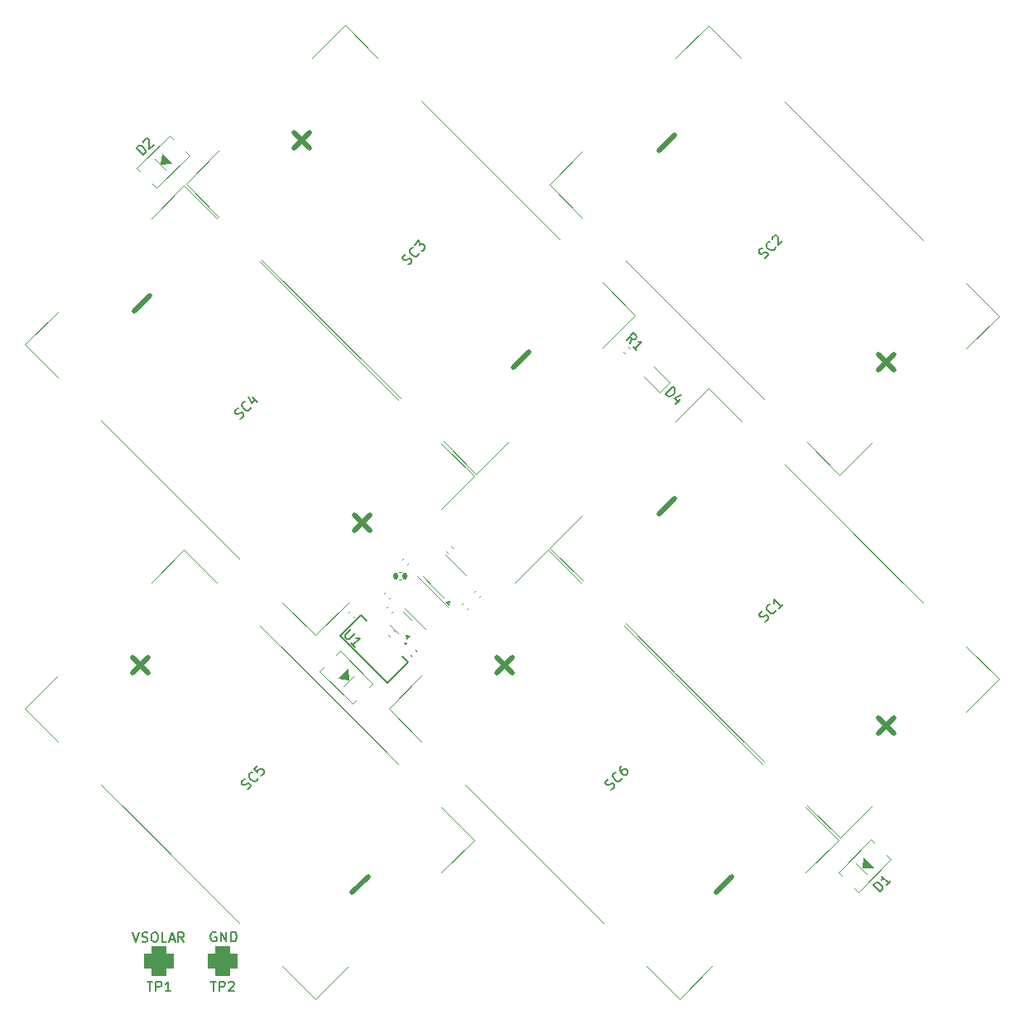
<source format=gbr>
%TF.GenerationSoftware,KiCad,Pcbnew,9.0.0*%
%TF.CreationDate,2025-09-21T20:44:37-07:00*%
%TF.ProjectId,Z_Face_V3,5a5f4661-6365-45f5-9633-2e6b69636164,3.1*%
%TF.SameCoordinates,Original*%
%TF.FileFunction,Legend,Top*%
%TF.FilePolarity,Positive*%
%FSLAX46Y46*%
G04 Gerber Fmt 4.6, Leading zero omitted, Abs format (unit mm)*
G04 Created by KiCad (PCBNEW 9.0.0) date 2025-09-21 20:44:37*
%MOMM*%
%LPD*%
G01*
G04 APERTURE LIST*
G04 Aperture macros list*
%AMRoundRect*
0 Rectangle with rounded corners*
0 $1 Rounding radius*
0 $2 $3 $4 $5 $6 $7 $8 $9 X,Y pos of 4 corners*
0 Add a 4 corners polygon primitive as box body*
4,1,4,$2,$3,$4,$5,$6,$7,$8,$9,$2,$3,0*
0 Add four circle primitives for the rounded corners*
1,1,$1+$1,$2,$3*
1,1,$1+$1,$4,$5*
1,1,$1+$1,$6,$7*
1,1,$1+$1,$8,$9*
0 Add four rect primitives between the rounded corners*
20,1,$1+$1,$2,$3,$4,$5,0*
20,1,$1+$1,$4,$5,$6,$7,0*
20,1,$1+$1,$6,$7,$8,$9,0*
20,1,$1+$1,$8,$9,$2,$3,0*%
%AMHorizOval*
0 Thick line with rounded ends*
0 $1 width*
0 $2 $3 position (X,Y) of the first rounded end (center of the circle)*
0 $4 $5 position (X,Y) of the second rounded end (center of the circle)*
0 Add line between two ends*
20,1,$1,$2,$3,$4,$5,0*
0 Add two circle primitives to create the rounded ends*
1,1,$1,$2,$3*
1,1,$1,$4,$5*%
%AMRotRect*
0 Rectangle, with rotation*
0 The origin of the aperture is its center*
0 $1 length*
0 $2 width*
0 $3 Rotation angle, in degrees counterclockwise*
0 Add horizontal line*
21,1,$1,$2,0,0,$3*%
G04 Aperture macros list end*
%ADD10C,0.150000*%
%ADD11C,0.500000*%
%ADD12C,0.120000*%
%ADD13C,0.100000*%
%ADD14C,0.127000*%
%ADD15C,0.200000*%
%ADD16C,5.250000*%
%ADD17RotRect,2.500000X1.700000X45.000000*%
%ADD18RoundRect,0.750000X0.750000X-0.750000X0.750000X0.750000X-0.750000X0.750000X-0.750000X-0.750000X0*%
%ADD19RoundRect,0.140000X-0.021213X0.219203X-0.219203X0.021213X0.021213X-0.219203X0.219203X-0.021213X0*%
%ADD20RoundRect,0.140000X0.219203X0.021213X0.021213X0.219203X-0.219203X-0.021213X-0.021213X-0.219203X0*%
%ADD21RoundRect,0.218750X0.335876X0.026517X0.026517X0.335876X-0.335876X-0.026517X-0.026517X-0.335876X0*%
%ADD22RoundRect,0.140000X0.140000X0.170000X-0.140000X0.170000X-0.140000X-0.170000X0.140000X-0.170000X0*%
%ADD23RoundRect,0.140000X0.021213X-0.219203X0.219203X-0.021213X-0.021213X0.219203X-0.219203X0.021213X0*%
%ADD24RoundRect,0.087500X0.238649X-0.114905X-0.114905X0.238649X-0.238649X0.114905X0.114905X-0.238649X0*%
%ADD25RotRect,13.000000X3.000000X45.000000*%
%ADD26RoundRect,0.140000X-0.219203X-0.021213X-0.021213X-0.219203X0.219203X0.021213X0.021213X0.219203X0*%
%ADD27RoundRect,0.075000X-0.512652X0.406586X0.406586X-0.512652X0.512652X-0.406586X-0.406586X0.512652X0*%
%ADD28RotRect,2.500000X1.700000X135.000000*%
%ADD29RotRect,1.600000X0.700000X225.000000*%
%ADD30RotRect,13.000000X3.000000X225.000000*%
%ADD31RoundRect,0.125000X0.574524X-0.397748X-0.397748X0.574524X-0.574524X0.397748X0.397748X-0.574524X0*%
%ADD32RoundRect,0.250000X0.159099X-0.654074X0.654074X-0.159099X-0.159099X0.654074X-0.654074X0.159099X0*%
%ADD33HorizOval,1.200000X-0.159099X0.159099X0.159099X-0.159099X0*%
%ADD34C,0.600000*%
G04 APERTURE END LIST*
D10*
X119248095Y-127952438D02*
X119152857Y-127904819D01*
X119152857Y-127904819D02*
X119010000Y-127904819D01*
X119010000Y-127904819D02*
X118867143Y-127952438D01*
X118867143Y-127952438D02*
X118771905Y-128047676D01*
X118771905Y-128047676D02*
X118724286Y-128142914D01*
X118724286Y-128142914D02*
X118676667Y-128333390D01*
X118676667Y-128333390D02*
X118676667Y-128476247D01*
X118676667Y-128476247D02*
X118724286Y-128666723D01*
X118724286Y-128666723D02*
X118771905Y-128761961D01*
X118771905Y-128761961D02*
X118867143Y-128857200D01*
X118867143Y-128857200D02*
X119010000Y-128904819D01*
X119010000Y-128904819D02*
X119105238Y-128904819D01*
X119105238Y-128904819D02*
X119248095Y-128857200D01*
X119248095Y-128857200D02*
X119295714Y-128809580D01*
X119295714Y-128809580D02*
X119295714Y-128476247D01*
X119295714Y-128476247D02*
X119105238Y-128476247D01*
X119724286Y-128904819D02*
X119724286Y-127904819D01*
X119724286Y-127904819D02*
X120295714Y-128904819D01*
X120295714Y-128904819D02*
X120295714Y-127904819D01*
X120771905Y-128904819D02*
X120771905Y-127904819D01*
X120771905Y-127904819D02*
X121010000Y-127904819D01*
X121010000Y-127904819D02*
X121152857Y-127952438D01*
X121152857Y-127952438D02*
X121248095Y-128047676D01*
X121248095Y-128047676D02*
X121295714Y-128142914D01*
X121295714Y-128142914D02*
X121343333Y-128333390D01*
X121343333Y-128333390D02*
X121343333Y-128476247D01*
X121343333Y-128476247D02*
X121295714Y-128666723D01*
X121295714Y-128666723D02*
X121248095Y-128761961D01*
X121248095Y-128761961D02*
X121152857Y-128857200D01*
X121152857Y-128857200D02*
X121010000Y-128904819D01*
X121010000Y-128904819D02*
X120771905Y-128904819D01*
X110723333Y-127954819D02*
X111056666Y-128954819D01*
X111056666Y-128954819D02*
X111389999Y-127954819D01*
X111675714Y-128907200D02*
X111818571Y-128954819D01*
X111818571Y-128954819D02*
X112056666Y-128954819D01*
X112056666Y-128954819D02*
X112151904Y-128907200D01*
X112151904Y-128907200D02*
X112199523Y-128859580D01*
X112199523Y-128859580D02*
X112247142Y-128764342D01*
X112247142Y-128764342D02*
X112247142Y-128669104D01*
X112247142Y-128669104D02*
X112199523Y-128573866D01*
X112199523Y-128573866D02*
X112151904Y-128526247D01*
X112151904Y-128526247D02*
X112056666Y-128478628D01*
X112056666Y-128478628D02*
X111866190Y-128431009D01*
X111866190Y-128431009D02*
X111770952Y-128383390D01*
X111770952Y-128383390D02*
X111723333Y-128335771D01*
X111723333Y-128335771D02*
X111675714Y-128240533D01*
X111675714Y-128240533D02*
X111675714Y-128145295D01*
X111675714Y-128145295D02*
X111723333Y-128050057D01*
X111723333Y-128050057D02*
X111770952Y-128002438D01*
X111770952Y-128002438D02*
X111866190Y-127954819D01*
X111866190Y-127954819D02*
X112104285Y-127954819D01*
X112104285Y-127954819D02*
X112247142Y-128002438D01*
X112866190Y-127954819D02*
X113056666Y-127954819D01*
X113056666Y-127954819D02*
X113151904Y-128002438D01*
X113151904Y-128002438D02*
X113247142Y-128097676D01*
X113247142Y-128097676D02*
X113294761Y-128288152D01*
X113294761Y-128288152D02*
X113294761Y-128621485D01*
X113294761Y-128621485D02*
X113247142Y-128811961D01*
X113247142Y-128811961D02*
X113151904Y-128907200D01*
X113151904Y-128907200D02*
X113056666Y-128954819D01*
X113056666Y-128954819D02*
X112866190Y-128954819D01*
X112866190Y-128954819D02*
X112770952Y-128907200D01*
X112770952Y-128907200D02*
X112675714Y-128811961D01*
X112675714Y-128811961D02*
X112628095Y-128621485D01*
X112628095Y-128621485D02*
X112628095Y-128288152D01*
X112628095Y-128288152D02*
X112675714Y-128097676D01*
X112675714Y-128097676D02*
X112770952Y-128002438D01*
X112770952Y-128002438D02*
X112866190Y-127954819D01*
X114199523Y-128954819D02*
X113723333Y-128954819D01*
X113723333Y-128954819D02*
X113723333Y-127954819D01*
X114485238Y-128669104D02*
X114961428Y-128669104D01*
X114390000Y-128954819D02*
X114723333Y-127954819D01*
X114723333Y-127954819D02*
X115056666Y-128954819D01*
X115961428Y-128954819D02*
X115628095Y-128478628D01*
X115390000Y-128954819D02*
X115390000Y-127954819D01*
X115390000Y-127954819D02*
X115770952Y-127954819D01*
X115770952Y-127954819D02*
X115866190Y-128002438D01*
X115866190Y-128002438D02*
X115913809Y-128050057D01*
X115913809Y-128050057D02*
X115961428Y-128145295D01*
X115961428Y-128145295D02*
X115961428Y-128288152D01*
X115961428Y-128288152D02*
X115913809Y-128383390D01*
X115913809Y-128383390D02*
X115866190Y-128431009D01*
X115866190Y-128431009D02*
X115770952Y-128478628D01*
X115770952Y-128478628D02*
X115390000Y-128478628D01*
X110166666Y-84954819D02*
X110166666Y-85669104D01*
X110166666Y-85669104D02*
X110119047Y-85811961D01*
X110119047Y-85811961D02*
X110023809Y-85907200D01*
X110023809Y-85907200D02*
X109880952Y-85954819D01*
X109880952Y-85954819D02*
X109785714Y-85954819D01*
X111071428Y-85288152D02*
X111071428Y-85954819D01*
X110833333Y-84907200D02*
X110595238Y-85621485D01*
X110595238Y-85621485D02*
X111214285Y-85621485D01*
X149036666Y-123484819D02*
X149036666Y-124199104D01*
X149036666Y-124199104D02*
X148989047Y-124341961D01*
X148989047Y-124341961D02*
X148893809Y-124437200D01*
X148893809Y-124437200D02*
X148750952Y-124484819D01*
X148750952Y-124484819D02*
X148655714Y-124484819D01*
X149989047Y-123484819D02*
X149512857Y-123484819D01*
X149512857Y-123484819D02*
X149465238Y-123961009D01*
X149465238Y-123961009D02*
X149512857Y-123913390D01*
X149512857Y-123913390D02*
X149608095Y-123865771D01*
X149608095Y-123865771D02*
X149846190Y-123865771D01*
X149846190Y-123865771D02*
X149941428Y-123913390D01*
X149941428Y-123913390D02*
X149989047Y-123961009D01*
X149989047Y-123961009D02*
X150036666Y-124056247D01*
X150036666Y-124056247D02*
X150036666Y-124294342D01*
X150036666Y-124294342D02*
X149989047Y-124389580D01*
X149989047Y-124389580D02*
X149941428Y-124437200D01*
X149941428Y-124437200D02*
X149846190Y-124484819D01*
X149846190Y-124484819D02*
X149608095Y-124484819D01*
X149608095Y-124484819D02*
X149512857Y-124437200D01*
X149512857Y-124437200D02*
X149465238Y-124389580D01*
X149096666Y-45434819D02*
X149096666Y-46149104D01*
X149096666Y-46149104D02*
X149049047Y-46291961D01*
X149049047Y-46291961D02*
X148953809Y-46387200D01*
X148953809Y-46387200D02*
X148810952Y-46434819D01*
X148810952Y-46434819D02*
X148715714Y-46434819D01*
X150001428Y-45434819D02*
X149810952Y-45434819D01*
X149810952Y-45434819D02*
X149715714Y-45482438D01*
X149715714Y-45482438D02*
X149668095Y-45530057D01*
X149668095Y-45530057D02*
X149572857Y-45672914D01*
X149572857Y-45672914D02*
X149525238Y-45863390D01*
X149525238Y-45863390D02*
X149525238Y-46244342D01*
X149525238Y-46244342D02*
X149572857Y-46339580D01*
X149572857Y-46339580D02*
X149620476Y-46387200D01*
X149620476Y-46387200D02*
X149715714Y-46434819D01*
X149715714Y-46434819D02*
X149906190Y-46434819D01*
X149906190Y-46434819D02*
X150001428Y-46387200D01*
X150001428Y-46387200D02*
X150049047Y-46339580D01*
X150049047Y-46339580D02*
X150096666Y-46244342D01*
X150096666Y-46244342D02*
X150096666Y-46006247D01*
X150096666Y-46006247D02*
X150049047Y-45911009D01*
X150049047Y-45911009D02*
X150001428Y-45863390D01*
X150001428Y-45863390D02*
X149906190Y-45815771D01*
X149906190Y-45815771D02*
X149715714Y-45815771D01*
X149715714Y-45815771D02*
X149620476Y-45863390D01*
X149620476Y-45863390D02*
X149572857Y-45911009D01*
X149572857Y-45911009D02*
X149525238Y-46006247D01*
X188166666Y-84954819D02*
X188166666Y-85669104D01*
X188166666Y-85669104D02*
X188119047Y-85811961D01*
X188119047Y-85811961D02*
X188023809Y-85907200D01*
X188023809Y-85907200D02*
X187880952Y-85954819D01*
X187880952Y-85954819D02*
X187785714Y-85954819D01*
X188547619Y-84954819D02*
X189214285Y-84954819D01*
X189214285Y-84954819D02*
X188785714Y-85954819D01*
X111779693Y-48463517D02*
X111072587Y-47756410D01*
X111072587Y-47756410D02*
X111240945Y-47588051D01*
X111240945Y-47588051D02*
X111375632Y-47520708D01*
X111375632Y-47520708D02*
X111510319Y-47520708D01*
X111510319Y-47520708D02*
X111611335Y-47554380D01*
X111611335Y-47554380D02*
X111779693Y-47655395D01*
X111779693Y-47655395D02*
X111880709Y-47756410D01*
X111880709Y-47756410D02*
X111981724Y-47924769D01*
X111981724Y-47924769D02*
X112015396Y-48025784D01*
X112015396Y-48025784D02*
X112015396Y-48160471D01*
X112015396Y-48160471D02*
X111948052Y-48295158D01*
X111948052Y-48295158D02*
X111779693Y-48463517D01*
X111813365Y-47150319D02*
X111813365Y-47082975D01*
X111813365Y-47082975D02*
X111847037Y-46981960D01*
X111847037Y-46981960D02*
X112015396Y-46813601D01*
X112015396Y-46813601D02*
X112116411Y-46779929D01*
X112116411Y-46779929D02*
X112183754Y-46779929D01*
X112183754Y-46779929D02*
X112284770Y-46813601D01*
X112284770Y-46813601D02*
X112352113Y-46880945D01*
X112352113Y-46880945D02*
X112419457Y-47015632D01*
X112419457Y-47015632D02*
X112419457Y-47823754D01*
X112419457Y-47823754D02*
X112857189Y-47386021D01*
X112188095Y-132984819D02*
X112759523Y-132984819D01*
X112473809Y-133984819D02*
X112473809Y-132984819D01*
X113092857Y-133984819D02*
X113092857Y-132984819D01*
X113092857Y-132984819D02*
X113473809Y-132984819D01*
X113473809Y-132984819D02*
X113569047Y-133032438D01*
X113569047Y-133032438D02*
X113616666Y-133080057D01*
X113616666Y-133080057D02*
X113664285Y-133175295D01*
X113664285Y-133175295D02*
X113664285Y-133318152D01*
X113664285Y-133318152D02*
X113616666Y-133413390D01*
X113616666Y-133413390D02*
X113569047Y-133461009D01*
X113569047Y-133461009D02*
X113473809Y-133508628D01*
X113473809Y-133508628D02*
X113092857Y-133508628D01*
X114616666Y-133984819D02*
X114045238Y-133984819D01*
X114330952Y-133984819D02*
X114330952Y-132984819D01*
X114330952Y-132984819D02*
X114235714Y-133127676D01*
X114235714Y-133127676D02*
X114140476Y-133222914D01*
X114140476Y-133222914D02*
X114045238Y-133270533D01*
X165232845Y-72891204D02*
X165939952Y-72184098D01*
X165939952Y-72184098D02*
X166108311Y-72352456D01*
X166108311Y-72352456D02*
X166175654Y-72487143D01*
X166175654Y-72487143D02*
X166175654Y-72621830D01*
X166175654Y-72621830D02*
X166141982Y-72722846D01*
X166141982Y-72722846D02*
X166040967Y-72891204D01*
X166040967Y-72891204D02*
X165939952Y-72992220D01*
X165939952Y-72992220D02*
X165771593Y-73093235D01*
X165771593Y-73093235D02*
X165670578Y-73126907D01*
X165670578Y-73126907D02*
X165535891Y-73126907D01*
X165535891Y-73126907D02*
X165401204Y-73059563D01*
X165401204Y-73059563D02*
X165232845Y-72891204D01*
X166714402Y-73429952D02*
X166242998Y-73901357D01*
X166815417Y-72992220D02*
X166141982Y-73328937D01*
X166141982Y-73328937D02*
X166579715Y-73766670D01*
X122429185Y-113333788D02*
X122563872Y-113266444D01*
X122563872Y-113266444D02*
X122732231Y-113098086D01*
X122732231Y-113098086D02*
X122765902Y-112997070D01*
X122765902Y-112997070D02*
X122765902Y-112929727D01*
X122765902Y-112929727D02*
X122732231Y-112828712D01*
X122732231Y-112828712D02*
X122664887Y-112761368D01*
X122664887Y-112761368D02*
X122563872Y-112727696D01*
X122563872Y-112727696D02*
X122496528Y-112727696D01*
X122496528Y-112727696D02*
X122395513Y-112761368D01*
X122395513Y-112761368D02*
X122227154Y-112862383D01*
X122227154Y-112862383D02*
X122126139Y-112896055D01*
X122126139Y-112896055D02*
X122058796Y-112896055D01*
X122058796Y-112896055D02*
X121957780Y-112862383D01*
X121957780Y-112862383D02*
X121890437Y-112795040D01*
X121890437Y-112795040D02*
X121856765Y-112694025D01*
X121856765Y-112694025D02*
X121856765Y-112626681D01*
X121856765Y-112626681D02*
X121890437Y-112525666D01*
X121890437Y-112525666D02*
X122058796Y-112357307D01*
X122058796Y-112357307D02*
X122193483Y-112289964D01*
X123506681Y-112188948D02*
X123506681Y-112256292D01*
X123506681Y-112256292D02*
X123439338Y-112390979D01*
X123439338Y-112390979D02*
X123371994Y-112458322D01*
X123371994Y-112458322D02*
X123237307Y-112525666D01*
X123237307Y-112525666D02*
X123102620Y-112525666D01*
X123102620Y-112525666D02*
X123001605Y-112491994D01*
X123001605Y-112491994D02*
X122833246Y-112390979D01*
X122833246Y-112390979D02*
X122732231Y-112289963D01*
X122732231Y-112289963D02*
X122631215Y-112121605D01*
X122631215Y-112121605D02*
X122597544Y-112020589D01*
X122597544Y-112020589D02*
X122597544Y-111885902D01*
X122597544Y-111885902D02*
X122664887Y-111751215D01*
X122664887Y-111751215D02*
X122732231Y-111683872D01*
X122732231Y-111683872D02*
X122866918Y-111616528D01*
X122866918Y-111616528D02*
X122934261Y-111616528D01*
X123506681Y-110909422D02*
X123169963Y-111246139D01*
X123169963Y-111246139D02*
X123473009Y-111616528D01*
X123473009Y-111616528D02*
X123473009Y-111549185D01*
X123473009Y-111549185D02*
X123506681Y-111448170D01*
X123506681Y-111448170D02*
X123675040Y-111279811D01*
X123675040Y-111279811D02*
X123776055Y-111246139D01*
X123776055Y-111246139D02*
X123843399Y-111246139D01*
X123843399Y-111246139D02*
X123944414Y-111279811D01*
X123944414Y-111279811D02*
X124112773Y-111448170D01*
X124112773Y-111448170D02*
X124146444Y-111549185D01*
X124146444Y-111549185D02*
X124146444Y-111616528D01*
X124146444Y-111616528D02*
X124112773Y-111717544D01*
X124112773Y-111717544D02*
X123944414Y-111885902D01*
X123944414Y-111885902D02*
X123843399Y-111919574D01*
X123843399Y-111919574D02*
X123776055Y-111919574D01*
D11*
X110713026Y-101449270D02*
X112329270Y-99833026D01*
X112329270Y-101449270D02*
X110713026Y-99833026D01*
X133163666Y-123899910D02*
X134779910Y-122283666D01*
D10*
X118678095Y-132984819D02*
X119249523Y-132984819D01*
X118963809Y-133984819D02*
X118963809Y-132984819D01*
X119582857Y-133984819D02*
X119582857Y-132984819D01*
X119582857Y-132984819D02*
X119963809Y-132984819D01*
X119963809Y-132984819D02*
X120059047Y-133032438D01*
X120059047Y-133032438D02*
X120106666Y-133080057D01*
X120106666Y-133080057D02*
X120154285Y-133175295D01*
X120154285Y-133175295D02*
X120154285Y-133318152D01*
X120154285Y-133318152D02*
X120106666Y-133413390D01*
X120106666Y-133413390D02*
X120059047Y-133461009D01*
X120059047Y-133461009D02*
X119963809Y-133508628D01*
X119963809Y-133508628D02*
X119582857Y-133508628D01*
X120535238Y-133080057D02*
X120582857Y-133032438D01*
X120582857Y-133032438D02*
X120678095Y-132984819D01*
X120678095Y-132984819D02*
X120916190Y-132984819D01*
X120916190Y-132984819D02*
X121011428Y-133032438D01*
X121011428Y-133032438D02*
X121059047Y-133080057D01*
X121059047Y-133080057D02*
X121106666Y-133175295D01*
X121106666Y-133175295D02*
X121106666Y-133270533D01*
X121106666Y-133270533D02*
X121059047Y-133413390D01*
X121059047Y-133413390D02*
X120487619Y-133984819D01*
X120487619Y-133984819D02*
X121106666Y-133984819D01*
X138891321Y-59655924D02*
X139026008Y-59588580D01*
X139026008Y-59588580D02*
X139194367Y-59420222D01*
X139194367Y-59420222D02*
X139228038Y-59319206D01*
X139228038Y-59319206D02*
X139228038Y-59251863D01*
X139228038Y-59251863D02*
X139194367Y-59150848D01*
X139194367Y-59150848D02*
X139127023Y-59083504D01*
X139127023Y-59083504D02*
X139026008Y-59049832D01*
X139026008Y-59049832D02*
X138958664Y-59049832D01*
X138958664Y-59049832D02*
X138857649Y-59083504D01*
X138857649Y-59083504D02*
X138689290Y-59184519D01*
X138689290Y-59184519D02*
X138588275Y-59218191D01*
X138588275Y-59218191D02*
X138520932Y-59218191D01*
X138520932Y-59218191D02*
X138419916Y-59184519D01*
X138419916Y-59184519D02*
X138352573Y-59117176D01*
X138352573Y-59117176D02*
X138318901Y-59016161D01*
X138318901Y-59016161D02*
X138318901Y-58948817D01*
X138318901Y-58948817D02*
X138352573Y-58847802D01*
X138352573Y-58847802D02*
X138520932Y-58679443D01*
X138520932Y-58679443D02*
X138655619Y-58612100D01*
X139968817Y-58511084D02*
X139968817Y-58578428D01*
X139968817Y-58578428D02*
X139901474Y-58713115D01*
X139901474Y-58713115D02*
X139834130Y-58780458D01*
X139834130Y-58780458D02*
X139699443Y-58847802D01*
X139699443Y-58847802D02*
X139564756Y-58847802D01*
X139564756Y-58847802D02*
X139463741Y-58814130D01*
X139463741Y-58814130D02*
X139295382Y-58713115D01*
X139295382Y-58713115D02*
X139194367Y-58612099D01*
X139194367Y-58612099D02*
X139093351Y-58443741D01*
X139093351Y-58443741D02*
X139059680Y-58342725D01*
X139059680Y-58342725D02*
X139059680Y-58208038D01*
X139059680Y-58208038D02*
X139127023Y-58073351D01*
X139127023Y-58073351D02*
X139194367Y-58006008D01*
X139194367Y-58006008D02*
X139329054Y-57938664D01*
X139329054Y-57938664D02*
X139396397Y-57938664D01*
X139564756Y-57635619D02*
X140002489Y-57197886D01*
X140002489Y-57197886D02*
X140036161Y-57702962D01*
X140036161Y-57702962D02*
X140137176Y-57601947D01*
X140137176Y-57601947D02*
X140238191Y-57568275D01*
X140238191Y-57568275D02*
X140305535Y-57568275D01*
X140305535Y-57568275D02*
X140406550Y-57601947D01*
X140406550Y-57601947D02*
X140574909Y-57770306D01*
X140574909Y-57770306D02*
X140608580Y-57871321D01*
X140608580Y-57871321D02*
X140608580Y-57938664D01*
X140608580Y-57938664D02*
X140574909Y-58039680D01*
X140574909Y-58039680D02*
X140372878Y-58241710D01*
X140372878Y-58241710D02*
X140271863Y-58275382D01*
X140271863Y-58275382D02*
X140204519Y-58275382D01*
D11*
X149625802Y-70222046D02*
X151242046Y-68605802D01*
X127175162Y-47771406D02*
X128791406Y-46155162D01*
X128791406Y-47771406D02*
X127175162Y-46155162D01*
D10*
X161617003Y-67776295D02*
X161718018Y-67203876D01*
X161212942Y-67372234D02*
X161920049Y-66665128D01*
X161920049Y-66665128D02*
X162189423Y-66934502D01*
X162189423Y-66934502D02*
X162223095Y-67035517D01*
X162223095Y-67035517D02*
X162223095Y-67102860D01*
X162223095Y-67102860D02*
X162189423Y-67203876D01*
X162189423Y-67203876D02*
X162088408Y-67304891D01*
X162088408Y-67304891D02*
X161987392Y-67338563D01*
X161987392Y-67338563D02*
X161920049Y-67338563D01*
X161920049Y-67338563D02*
X161819034Y-67304891D01*
X161819034Y-67304891D02*
X161549660Y-67035517D01*
X162290438Y-68449730D02*
X161886377Y-68045669D01*
X162088408Y-68247700D02*
X162795514Y-67540593D01*
X162795514Y-67540593D02*
X162627156Y-67574265D01*
X162627156Y-67574265D02*
X162492469Y-67574265D01*
X162492469Y-67574265D02*
X162391453Y-67540593D01*
X133046754Y-96975750D02*
X132474334Y-97548170D01*
X132474334Y-97548170D02*
X132440662Y-97649185D01*
X132440662Y-97649185D02*
X132440662Y-97716529D01*
X132440662Y-97716529D02*
X132474334Y-97817544D01*
X132474334Y-97817544D02*
X132609021Y-97952231D01*
X132609021Y-97952231D02*
X132710036Y-97985903D01*
X132710036Y-97985903D02*
X132777380Y-97985903D01*
X132777380Y-97985903D02*
X132878395Y-97952231D01*
X132878395Y-97952231D02*
X133450815Y-97379811D01*
X133450815Y-98794025D02*
X133046754Y-98389964D01*
X133248784Y-98591994D02*
X133955891Y-97884888D01*
X133955891Y-97884888D02*
X133787532Y-97918559D01*
X133787532Y-97918559D02*
X133652845Y-97918559D01*
X133652845Y-97918559D02*
X133551830Y-97884888D01*
X121724215Y-75418818D02*
X121858902Y-75351474D01*
X121858902Y-75351474D02*
X122027261Y-75183116D01*
X122027261Y-75183116D02*
X122060932Y-75082100D01*
X122060932Y-75082100D02*
X122060932Y-75014757D01*
X122060932Y-75014757D02*
X122027261Y-74913742D01*
X122027261Y-74913742D02*
X121959917Y-74846398D01*
X121959917Y-74846398D02*
X121858902Y-74812726D01*
X121858902Y-74812726D02*
X121791558Y-74812726D01*
X121791558Y-74812726D02*
X121690543Y-74846398D01*
X121690543Y-74846398D02*
X121522184Y-74947413D01*
X121522184Y-74947413D02*
X121421169Y-74981085D01*
X121421169Y-74981085D02*
X121353826Y-74981085D01*
X121353826Y-74981085D02*
X121252810Y-74947413D01*
X121252810Y-74947413D02*
X121185467Y-74880070D01*
X121185467Y-74880070D02*
X121151795Y-74779055D01*
X121151795Y-74779055D02*
X121151795Y-74711711D01*
X121151795Y-74711711D02*
X121185467Y-74610696D01*
X121185467Y-74610696D02*
X121353826Y-74442337D01*
X121353826Y-74442337D02*
X121488513Y-74374994D01*
X122801711Y-74273978D02*
X122801711Y-74341322D01*
X122801711Y-74341322D02*
X122734368Y-74476009D01*
X122734368Y-74476009D02*
X122667024Y-74543352D01*
X122667024Y-74543352D02*
X122532337Y-74610696D01*
X122532337Y-74610696D02*
X122397650Y-74610696D01*
X122397650Y-74610696D02*
X122296635Y-74577024D01*
X122296635Y-74577024D02*
X122128276Y-74476009D01*
X122128276Y-74476009D02*
X122027261Y-74374993D01*
X122027261Y-74374993D02*
X121926245Y-74206635D01*
X121926245Y-74206635D02*
X121892574Y-74105619D01*
X121892574Y-74105619D02*
X121892574Y-73970932D01*
X121892574Y-73970932D02*
X121959917Y-73836245D01*
X121959917Y-73836245D02*
X122027261Y-73768902D01*
X122027261Y-73768902D02*
X122161948Y-73701558D01*
X122161948Y-73701558D02*
X122229291Y-73701558D01*
X123003742Y-73263826D02*
X123475146Y-73735230D01*
X122566009Y-73162810D02*
X122902726Y-73836245D01*
X122902726Y-73836245D02*
X123340459Y-73398513D01*
D11*
X133342578Y-86868822D02*
X134958822Y-85252578D01*
X134958822Y-86868822D02*
X133342578Y-85252578D01*
X110891938Y-64418182D02*
X112508182Y-62801938D01*
D10*
X159647049Y-113341652D02*
X159781736Y-113274308D01*
X159781736Y-113274308D02*
X159950095Y-113105950D01*
X159950095Y-113105950D02*
X159983766Y-113004934D01*
X159983766Y-113004934D02*
X159983766Y-112937591D01*
X159983766Y-112937591D02*
X159950095Y-112836576D01*
X159950095Y-112836576D02*
X159882751Y-112769232D01*
X159882751Y-112769232D02*
X159781736Y-112735560D01*
X159781736Y-112735560D02*
X159714392Y-112735560D01*
X159714392Y-112735560D02*
X159613377Y-112769232D01*
X159613377Y-112769232D02*
X159445018Y-112870247D01*
X159445018Y-112870247D02*
X159344003Y-112903919D01*
X159344003Y-112903919D02*
X159276660Y-112903919D01*
X159276660Y-112903919D02*
X159175644Y-112870247D01*
X159175644Y-112870247D02*
X159108301Y-112802904D01*
X159108301Y-112802904D02*
X159074629Y-112701889D01*
X159074629Y-112701889D02*
X159074629Y-112634545D01*
X159074629Y-112634545D02*
X159108301Y-112533530D01*
X159108301Y-112533530D02*
X159276660Y-112365171D01*
X159276660Y-112365171D02*
X159411347Y-112297828D01*
X160724545Y-112196812D02*
X160724545Y-112264156D01*
X160724545Y-112264156D02*
X160657202Y-112398843D01*
X160657202Y-112398843D02*
X160589858Y-112466186D01*
X160589858Y-112466186D02*
X160455171Y-112533530D01*
X160455171Y-112533530D02*
X160320484Y-112533530D01*
X160320484Y-112533530D02*
X160219469Y-112499858D01*
X160219469Y-112499858D02*
X160051110Y-112398843D01*
X160051110Y-112398843D02*
X159950095Y-112297827D01*
X159950095Y-112297827D02*
X159849079Y-112129469D01*
X159849079Y-112129469D02*
X159815408Y-112028453D01*
X159815408Y-112028453D02*
X159815408Y-111893766D01*
X159815408Y-111893766D02*
X159882751Y-111759079D01*
X159882751Y-111759079D02*
X159950095Y-111691736D01*
X159950095Y-111691736D02*
X160084782Y-111624392D01*
X160084782Y-111624392D02*
X160152125Y-111624392D01*
X160690873Y-110950957D02*
X160556186Y-111085644D01*
X160556186Y-111085644D02*
X160522515Y-111186660D01*
X160522515Y-111186660D02*
X160522515Y-111254003D01*
X160522515Y-111254003D02*
X160556186Y-111422362D01*
X160556186Y-111422362D02*
X160657202Y-111590721D01*
X160657202Y-111590721D02*
X160926576Y-111860095D01*
X160926576Y-111860095D02*
X161027591Y-111893766D01*
X161027591Y-111893766D02*
X161094934Y-111893766D01*
X161094934Y-111893766D02*
X161195950Y-111860095D01*
X161195950Y-111860095D02*
X161330637Y-111725408D01*
X161330637Y-111725408D02*
X161364308Y-111624392D01*
X161364308Y-111624392D02*
X161364308Y-111557049D01*
X161364308Y-111557049D02*
X161330637Y-111456034D01*
X161330637Y-111456034D02*
X161162278Y-111287675D01*
X161162278Y-111287675D02*
X161061263Y-111254003D01*
X161061263Y-111254003D02*
X160993919Y-111254003D01*
X160993919Y-111254003D02*
X160892904Y-111287675D01*
X160892904Y-111287675D02*
X160758217Y-111422362D01*
X160758217Y-111422362D02*
X160724545Y-111523377D01*
X160724545Y-111523377D02*
X160724545Y-111590721D01*
X160724545Y-111590721D02*
X160758217Y-111691736D01*
D11*
X147930890Y-101457134D02*
X149547134Y-99840890D01*
X149547134Y-101457134D02*
X147930890Y-99840890D01*
X170381530Y-123907774D02*
X171997774Y-122291530D01*
D10*
X175362079Y-59026682D02*
X175496766Y-58959338D01*
X175496766Y-58959338D02*
X175665125Y-58790980D01*
X175665125Y-58790980D02*
X175698796Y-58689964D01*
X175698796Y-58689964D02*
X175698796Y-58622621D01*
X175698796Y-58622621D02*
X175665125Y-58521606D01*
X175665125Y-58521606D02*
X175597781Y-58454262D01*
X175597781Y-58454262D02*
X175496766Y-58420590D01*
X175496766Y-58420590D02*
X175429422Y-58420590D01*
X175429422Y-58420590D02*
X175328407Y-58454262D01*
X175328407Y-58454262D02*
X175160048Y-58555277D01*
X175160048Y-58555277D02*
X175059033Y-58588949D01*
X175059033Y-58588949D02*
X174991690Y-58588949D01*
X174991690Y-58588949D02*
X174890674Y-58555277D01*
X174890674Y-58555277D02*
X174823331Y-58487934D01*
X174823331Y-58487934D02*
X174789659Y-58386919D01*
X174789659Y-58386919D02*
X174789659Y-58319575D01*
X174789659Y-58319575D02*
X174823331Y-58218560D01*
X174823331Y-58218560D02*
X174991690Y-58050201D01*
X174991690Y-58050201D02*
X175126377Y-57982858D01*
X176439575Y-57881842D02*
X176439575Y-57949186D01*
X176439575Y-57949186D02*
X176372232Y-58083873D01*
X176372232Y-58083873D02*
X176304888Y-58151216D01*
X176304888Y-58151216D02*
X176170201Y-58218560D01*
X176170201Y-58218560D02*
X176035514Y-58218560D01*
X176035514Y-58218560D02*
X175934499Y-58184888D01*
X175934499Y-58184888D02*
X175766140Y-58083873D01*
X175766140Y-58083873D02*
X175665125Y-57982857D01*
X175665125Y-57982857D02*
X175564109Y-57814499D01*
X175564109Y-57814499D02*
X175530438Y-57713483D01*
X175530438Y-57713483D02*
X175530438Y-57578796D01*
X175530438Y-57578796D02*
X175597781Y-57444109D01*
X175597781Y-57444109D02*
X175665125Y-57376766D01*
X175665125Y-57376766D02*
X175799812Y-57309422D01*
X175799812Y-57309422D02*
X175867155Y-57309422D01*
X176136529Y-57040048D02*
X176136529Y-56972705D01*
X176136529Y-56972705D02*
X176170201Y-56871690D01*
X176170201Y-56871690D02*
X176338560Y-56703331D01*
X176338560Y-56703331D02*
X176439575Y-56669659D01*
X176439575Y-56669659D02*
X176506919Y-56669659D01*
X176506919Y-56669659D02*
X176607934Y-56703331D01*
X176607934Y-56703331D02*
X176675277Y-56770674D01*
X176675277Y-56770674D02*
X176742621Y-56905361D01*
X176742621Y-56905361D02*
X176742621Y-57713483D01*
X176742621Y-57713483D02*
X177180354Y-57275751D01*
D11*
X186980442Y-70476686D02*
X188596686Y-68860442D01*
X188596686Y-70476686D02*
X186980442Y-68860442D01*
X164529802Y-48026046D02*
X166146046Y-46409802D01*
D10*
X187171530Y-123813782D02*
X186464424Y-123106675D01*
X186464424Y-123106675D02*
X186632782Y-122938316D01*
X186632782Y-122938316D02*
X186767469Y-122870973D01*
X186767469Y-122870973D02*
X186902156Y-122870973D01*
X186902156Y-122870973D02*
X187003172Y-122904645D01*
X187003172Y-122904645D02*
X187171530Y-123005660D01*
X187171530Y-123005660D02*
X187272546Y-123106675D01*
X187272546Y-123106675D02*
X187373561Y-123275034D01*
X187373561Y-123275034D02*
X187407233Y-123376049D01*
X187407233Y-123376049D02*
X187407233Y-123510736D01*
X187407233Y-123510736D02*
X187339889Y-123645423D01*
X187339889Y-123645423D02*
X187171530Y-123813782D01*
X188249026Y-122736286D02*
X187844965Y-123140347D01*
X188046996Y-122938316D02*
X187339889Y-122231210D01*
X187339889Y-122231210D02*
X187373561Y-122399568D01*
X187373561Y-122399568D02*
X187373561Y-122534255D01*
X187373561Y-122534255D02*
X187339889Y-122635271D01*
X175379943Y-96164546D02*
X175514630Y-96097202D01*
X175514630Y-96097202D02*
X175682989Y-95928844D01*
X175682989Y-95928844D02*
X175716660Y-95827828D01*
X175716660Y-95827828D02*
X175716660Y-95760485D01*
X175716660Y-95760485D02*
X175682989Y-95659470D01*
X175682989Y-95659470D02*
X175615645Y-95592126D01*
X175615645Y-95592126D02*
X175514630Y-95558454D01*
X175514630Y-95558454D02*
X175447286Y-95558454D01*
X175447286Y-95558454D02*
X175346271Y-95592126D01*
X175346271Y-95592126D02*
X175177912Y-95693141D01*
X175177912Y-95693141D02*
X175076897Y-95726813D01*
X175076897Y-95726813D02*
X175009554Y-95726813D01*
X175009554Y-95726813D02*
X174908538Y-95693141D01*
X174908538Y-95693141D02*
X174841195Y-95625798D01*
X174841195Y-95625798D02*
X174807523Y-95524783D01*
X174807523Y-95524783D02*
X174807523Y-95457439D01*
X174807523Y-95457439D02*
X174841195Y-95356424D01*
X174841195Y-95356424D02*
X175009554Y-95188065D01*
X175009554Y-95188065D02*
X175144241Y-95120722D01*
X176457439Y-95019706D02*
X176457439Y-95087050D01*
X176457439Y-95087050D02*
X176390096Y-95221737D01*
X176390096Y-95221737D02*
X176322752Y-95289080D01*
X176322752Y-95289080D02*
X176188065Y-95356424D01*
X176188065Y-95356424D02*
X176053378Y-95356424D01*
X176053378Y-95356424D02*
X175952363Y-95322752D01*
X175952363Y-95322752D02*
X175784004Y-95221737D01*
X175784004Y-95221737D02*
X175682989Y-95120721D01*
X175682989Y-95120721D02*
X175581973Y-94952363D01*
X175581973Y-94952363D02*
X175548302Y-94851347D01*
X175548302Y-94851347D02*
X175548302Y-94716660D01*
X175548302Y-94716660D02*
X175615645Y-94581973D01*
X175615645Y-94581973D02*
X175682989Y-94514630D01*
X175682989Y-94514630D02*
X175817676Y-94447286D01*
X175817676Y-94447286D02*
X175885019Y-94447286D01*
X177198218Y-94413615D02*
X176794157Y-94817676D01*
X176996187Y-94615645D02*
X176289080Y-93908538D01*
X176289080Y-93908538D02*
X176322752Y-94076897D01*
X176322752Y-94076897D02*
X176322752Y-94211584D01*
X176322752Y-94211584D02*
X176289080Y-94312599D01*
D11*
X164547666Y-85163910D02*
X166163910Y-83547666D01*
X186998306Y-107614550D02*
X188614550Y-105998306D01*
X188614550Y-107614550D02*
X186998306Y-105998306D01*
D12*
%TO.C,D2*%
X111131103Y-49818288D02*
X114489860Y-46459531D01*
X112955721Y-48894806D02*
X114051312Y-49990398D01*
X113181712Y-51868897D02*
X111131103Y-49818288D01*
X113181712Y-51868897D02*
X116540469Y-48510140D01*
X116540469Y-48510140D02*
X114489860Y-46459531D01*
D13*
X114697891Y-49307898D02*
X113602299Y-49361780D01*
X113745983Y-48355991D01*
X114697891Y-49307898D01*
G36*
X114697891Y-49307898D02*
G01*
X113602299Y-49361780D01*
X113745983Y-48355991D01*
X114697891Y-49307898D01*
G37*
D12*
%TO.C,C5*%
X138482282Y-89708601D02*
X138329779Y-89861104D01*
X138991399Y-90217718D02*
X138838896Y-90370221D01*
%TO.C,C6*%
X137021693Y-97730810D02*
X136869190Y-97578307D01*
X137530810Y-97221693D02*
X137378307Y-97069190D01*
%TO.C,D4*%
X163014591Y-71154038D02*
X164630330Y-72769777D01*
X164630330Y-72769777D02*
X165669777Y-71730330D01*
X165669777Y-71730330D02*
X164054038Y-70114591D01*
%TO.C,C3*%
X138207836Y-91140000D02*
X137992164Y-91140000D01*
X138207836Y-91860000D02*
X137992164Y-91860000D01*
%TO.C,R2*%
X132808601Y-95282282D02*
X132961104Y-95129779D01*
X133317718Y-95791399D02*
X133470221Y-95638896D01*
%TO.C,U5*%
X137438855Y-96961145D02*
X137014591Y-96536881D01*
X137438855Y-96961145D02*
X137863119Y-97385409D01*
X138761145Y-95638855D02*
X138336881Y-95214591D01*
X138761145Y-95638855D02*
X139185409Y-96063119D01*
X139075807Y-97643503D02*
X138736396Y-97982914D01*
X138672756Y-97579863D01*
X139075807Y-97643503D01*
G36*
X139075807Y-97643503D02*
G01*
X138736396Y-97982914D01*
X138672756Y-97579863D01*
X139075807Y-97643503D01*
G37*
%TO.C,SC5*%
X99699030Y-105082486D02*
X103057787Y-101723728D01*
X99699030Y-105082486D02*
X103057787Y-108441243D01*
X103057787Y-101723728D02*
X99699030Y-105082486D01*
X107477204Y-112860660D02*
X121619340Y-127002796D01*
X112603728Y-92177787D02*
X115962486Y-88819030D01*
X114548272Y-119931728D02*
X107477204Y-112860660D01*
X115962486Y-88819030D02*
X119321243Y-92177787D01*
X123740660Y-96597204D02*
X136645359Y-109501903D01*
X129397514Y-134780970D02*
X126038757Y-131422213D01*
X129397514Y-134780970D02*
X132756272Y-131422213D01*
X130811728Y-103668272D02*
X123740660Y-96597204D01*
X130811728Y-103668272D02*
X137882796Y-110739340D01*
X136645359Y-109501903D02*
X130811728Y-103668272D01*
X142302213Y-121876272D02*
X145660970Y-118517514D01*
X145660970Y-118517514D02*
X142302213Y-115158757D01*
%TO.C,R4*%
X142921693Y-89130810D02*
X142769190Y-88978307D01*
X143430810Y-88621693D02*
X143278307Y-88469190D01*
%TO.C,SC3*%
X116161166Y-51404622D02*
X119519923Y-48045864D01*
X116161166Y-51404622D02*
X119519923Y-54763379D01*
X119519923Y-48045864D02*
X116161166Y-51404622D01*
X123939340Y-59182796D02*
X138081476Y-73324932D01*
X129065864Y-38499923D02*
X132424622Y-35141166D01*
X131010408Y-66253864D02*
X123939340Y-59182796D01*
X132424622Y-35141166D02*
X135783379Y-38499923D01*
X140202796Y-42919340D02*
X153107495Y-55824039D01*
X145859650Y-81103106D02*
X142500893Y-77744349D01*
X145859650Y-81103106D02*
X149218408Y-77744349D01*
X147273864Y-49990408D02*
X140202796Y-42919340D01*
X147273864Y-49990408D02*
X154344932Y-57061476D01*
X153107495Y-55824039D02*
X147273864Y-49990408D01*
X158764349Y-68198408D02*
X162123106Y-64839650D01*
X162123106Y-64839650D02*
X158764349Y-61480893D01*
%TO.C,R3*%
X139261104Y-99770221D02*
X139108601Y-99617718D01*
X139770221Y-99261104D02*
X139617718Y-99108601D01*
%TO.C,R1*%
X160905406Y-68571092D02*
X161057909Y-68723595D01*
X161414523Y-68061975D02*
X161567026Y-68214478D01*
%TO.C,C4*%
X145669190Y-93121693D02*
X145821693Y-92969190D01*
X146178307Y-93630810D02*
X146330810Y-93478307D01*
%TO.C,C2*%
X136621693Y-93169190D02*
X136469190Y-93321693D01*
X137130810Y-93678307D02*
X136978307Y-93830810D01*
%TO.C,U2*%
X139603640Y-95871344D02*
X138542980Y-94810684D01*
X139603640Y-95871344D02*
X140664300Y-96932004D01*
X141880524Y-93594460D02*
X139812237Y-91526173D01*
X141880524Y-93594460D02*
X142941184Y-94655120D01*
%TO.C,D3*%
X131910140Y-99199531D02*
X129859531Y-101250140D01*
X132294806Y-102784279D02*
X133390398Y-101688688D01*
X133218288Y-104608897D02*
X129859531Y-101250140D01*
X135268897Y-102558288D02*
X131910140Y-99199531D01*
X135268897Y-102558288D02*
X133218288Y-104608897D01*
D13*
X132761780Y-102137701D02*
X131755991Y-101994017D01*
X132707898Y-101042109D01*
X132761780Y-102137701D01*
G36*
X132761780Y-102137701D02*
G01*
X131755991Y-101994017D01*
X132707898Y-101042109D01*
X132761780Y-102137701D01*
G37*
D12*
%TO.C,C1*%
X136669190Y-94721693D02*
X136821693Y-94569190D01*
X137178307Y-95230810D02*
X137330810Y-95078307D01*
%TO.C,R5*%
X144369190Y-94421693D02*
X144521693Y-94269190D01*
X144878307Y-94930810D02*
X145030810Y-94778307D01*
D14*
%TO.C,U1*%
X131935177Y-97656497D02*
X134056497Y-95535177D01*
X134056497Y-95535177D02*
X134639860Y-96118540D01*
X136743503Y-102464823D02*
X131935177Y-97656497D01*
X138281460Y-99760140D02*
X138864823Y-100343503D01*
X138864823Y-100343503D02*
X136743503Y-102464823D01*
D15*
X138756227Y-98437850D02*
G75*
G02*
X138556227Y-98437850I-100000J0D01*
G01*
X138556227Y-98437850D02*
G75*
G02*
X138756227Y-98437850I100000J0D01*
G01*
D12*
%TO.C,SC4*%
X99701166Y-67874622D02*
X103059923Y-71233379D01*
X103059923Y-64515864D02*
X99701166Y-67874622D01*
X108716777Y-76890233D02*
X114550408Y-82723864D01*
X114550408Y-82723864D02*
X107479340Y-75652796D01*
X114550408Y-82723864D02*
X121621476Y-89794932D01*
X115964622Y-51611166D02*
X112605864Y-54969923D01*
X115964622Y-51611166D02*
X119323379Y-54969923D01*
X121621476Y-89794932D02*
X108716777Y-76890233D01*
X129399650Y-97573106D02*
X126040893Y-94214349D01*
X130813864Y-66460408D02*
X137884932Y-73531476D01*
X132758408Y-94214349D02*
X129399650Y-97573106D01*
X137884932Y-73531476D02*
X123742796Y-59389340D01*
X142304349Y-84668408D02*
X145663106Y-81309650D01*
X145663106Y-81309650D02*
X142304349Y-77950893D01*
X145663106Y-81309650D02*
X142304349Y-84668408D01*
%TO.C,SC6*%
X136916894Y-105090350D02*
X140275651Y-101731592D01*
X136916894Y-105090350D02*
X140275651Y-108449107D01*
X140275651Y-101731592D02*
X136916894Y-105090350D01*
X144695068Y-112868524D02*
X158837204Y-127010660D01*
X149821592Y-92185651D02*
X153180350Y-88826894D01*
X151766136Y-119939592D02*
X144695068Y-112868524D01*
X153180350Y-88826894D02*
X156539107Y-92185651D01*
X160958524Y-96605068D02*
X173863223Y-109509767D01*
X166615378Y-134788834D02*
X163256621Y-131430077D01*
X166615378Y-134788834D02*
X169974136Y-131430077D01*
X168029592Y-103676136D02*
X160958524Y-96605068D01*
X168029592Y-103676136D02*
X175100660Y-110747204D01*
X173863223Y-109509767D02*
X168029592Y-103676136D01*
X179520077Y-121884136D02*
X182878834Y-118525378D01*
X182878834Y-118525378D02*
X179520077Y-115166621D01*
%TO.C,SC2*%
X153339030Y-51482486D02*
X156697787Y-54841243D01*
X156697787Y-48123728D02*
X153339030Y-51482486D01*
X162354641Y-60498097D02*
X168188272Y-66331728D01*
X168188272Y-66331728D02*
X161117204Y-59260660D01*
X168188272Y-66331728D02*
X175259340Y-73402796D01*
X169602486Y-35219030D02*
X166243728Y-38577787D01*
X169602486Y-35219030D02*
X172961243Y-38577787D01*
X175259340Y-73402796D02*
X162354641Y-60498097D01*
X183037514Y-81180970D02*
X179678757Y-77822213D01*
X184451728Y-50068272D02*
X191522796Y-57139340D01*
X186396272Y-77822213D02*
X183037514Y-81180970D01*
X191522796Y-57139340D02*
X177380660Y-42997204D01*
X195942213Y-68276272D02*
X199300970Y-64917514D01*
X199300970Y-64917514D02*
X195942213Y-61558757D01*
X199300970Y-64917514D02*
X195942213Y-68276272D01*
%TO.C,D1*%
X182871103Y-121828288D02*
X186229860Y-118469531D01*
X184695721Y-120904806D02*
X185791312Y-122000398D01*
X184921712Y-123878897D02*
X182871103Y-121828288D01*
X184921712Y-123878897D02*
X188280469Y-120520140D01*
X188280469Y-120520140D02*
X186229860Y-118469531D01*
D13*
X186437891Y-121317898D02*
X185342299Y-121371780D01*
X185485983Y-120365991D01*
X186437891Y-121317898D01*
G36*
X186437891Y-121317898D02*
G01*
X185342299Y-121371780D01*
X185485983Y-120365991D01*
X186437891Y-121317898D01*
G37*
D12*
%TO.C,U4*%
X141461558Y-92638442D02*
X140400898Y-91577782D01*
X141461558Y-92638442D02*
X142522218Y-93699102D01*
X143738442Y-90361558D02*
X142677782Y-89300898D01*
X143738442Y-90361558D02*
X144799102Y-91422218D01*
X143050781Y-94517578D02*
X142711369Y-94178167D01*
X143114420Y-94114527D01*
X143050781Y-94517578D01*
G36*
X143050781Y-94517578D02*
G01*
X142711369Y-94178167D01*
X143114420Y-94114527D01*
X143050781Y-94517578D01*
G37*
%TO.C,SC1*%
X153356894Y-88620350D02*
X156715651Y-91979107D01*
X156715651Y-85261592D02*
X153356894Y-88620350D01*
X162372505Y-97635961D02*
X168206136Y-103469592D01*
X168206136Y-103469592D02*
X161135068Y-96398524D01*
X168206136Y-103469592D02*
X175277204Y-110540660D01*
X169620350Y-72356894D02*
X166261592Y-75715651D01*
X169620350Y-72356894D02*
X172979107Y-75715651D01*
X175277204Y-110540660D02*
X162372505Y-97635961D01*
X183055378Y-118318834D02*
X179696621Y-114960077D01*
X184469592Y-87206136D02*
X191540660Y-94277204D01*
X186414136Y-114960077D02*
X183055378Y-118318834D01*
X191540660Y-94277204D02*
X177398524Y-80135068D01*
X195960077Y-105414136D02*
X199318834Y-102055378D01*
X199318834Y-102055378D02*
X195960077Y-98696621D01*
X199318834Y-102055378D02*
X195960077Y-105414136D01*
%TD*%
%LPC*%
D16*
%TO.C,J4*%
X110500000Y-85000000D03*
%TD*%
%TO.C,J5*%
X149500000Y-124000000D03*
%TD*%
%TO.C,J6*%
X149500000Y-46000000D03*
%TD*%
%TO.C,J7*%
X188500000Y-85000000D03*
%TD*%
D17*
%TO.C,D2*%
X112421572Y-50578428D03*
X115250000Y-47750000D03*
%TD*%
D18*
%TO.C,TP1*%
X113410000Y-130950000D03*
%TD*%
D19*
%TO.C,C5*%
X139000000Y-89700000D03*
X138321178Y-90378822D03*
%TD*%
D20*
%TO.C,C6*%
X137539411Y-97739411D03*
X136860589Y-97060589D03*
%TD*%
D21*
%TO.C,D4*%
X164656847Y-71756847D03*
X163543153Y-70643153D03*
%TD*%
D22*
%TO.C,C3*%
X138580000Y-91500000D03*
X137620000Y-91500000D03*
%TD*%
D23*
%TO.C,R2*%
X132800000Y-95800000D03*
X133478822Y-95121178D03*
%TD*%
D24*
%TO.C,U5*%
X138250260Y-97157367D03*
X138603814Y-96803814D03*
X138957367Y-96450260D03*
X137949740Y-95442633D03*
X137596186Y-95796186D03*
X137242633Y-96149740D03*
%TD*%
D25*
%TO.C,SC5*%
X108537864Y-97657864D03*
X136822136Y-125942136D03*
%TD*%
D20*
%TO.C,R4*%
X143439411Y-89139411D03*
X142760589Y-88460589D03*
%TD*%
D18*
%TO.C,TP2*%
X119890000Y-130920000D03*
%TD*%
D25*
%TO.C,SC3*%
X125000000Y-43980000D03*
X153284272Y-72264272D03*
%TD*%
D20*
%TO.C,R3*%
X139778822Y-99778822D03*
X139100000Y-99100000D03*
%TD*%
D26*
%TO.C,R1*%
X160896805Y-68053374D03*
X161575627Y-68732196D03*
%TD*%
D23*
%TO.C,C4*%
X145660589Y-93639411D03*
X146339411Y-92960589D03*
%TD*%
D19*
%TO.C,C2*%
X137139411Y-93160589D03*
X136460589Y-93839411D03*
%TD*%
D27*
%TO.C,U2*%
X139893554Y-92470160D03*
X139540000Y-92823714D03*
X139186447Y-93177267D03*
X138832894Y-93530820D03*
X138479340Y-93884374D03*
X141590610Y-96995644D03*
X141944164Y-96642090D03*
X142297717Y-96288537D03*
X142651270Y-95934984D03*
X143004824Y-95581430D03*
%TD*%
D28*
%TO.C,D3*%
X133978428Y-103318428D03*
X131150000Y-100490000D03*
%TD*%
D23*
%TO.C,C1*%
X136660589Y-95239411D03*
X137339411Y-94560589D03*
%TD*%
%TO.C,R5*%
X144360589Y-94939411D03*
X145039411Y-94260589D03*
%TD*%
D29*
%TO.C,U1*%
X137383435Y-99710642D03*
X136485409Y-98812617D03*
X135587383Y-97914591D03*
X134689358Y-97016565D03*
%TD*%
D30*
%TO.C,SC4*%
X136824272Y-88734272D03*
X108540000Y-60450000D03*
%TD*%
D25*
%TO.C,SC6*%
X145755728Y-97665728D03*
X174040000Y-125950000D03*
%TD*%
D30*
%TO.C,SC2*%
X190462136Y-72342136D03*
X162177864Y-44057864D03*
%TD*%
D17*
%TO.C,D1*%
X184161572Y-122588428D03*
X186990000Y-119760000D03*
%TD*%
D31*
%TO.C,U4*%
X143404334Y-93683192D03*
X143863953Y-93223573D03*
X144323573Y-92763953D03*
X144783192Y-92304334D03*
X141795666Y-89316808D03*
X141336047Y-89776427D03*
X140876427Y-90236047D03*
X140416808Y-90695666D03*
%TD*%
D30*
%TO.C,SC1*%
X190480000Y-109480000D03*
X162195728Y-81195728D03*
%TD*%
D32*
%TO.C,J2*%
X160692893Y-75921320D03*
D33*
X159278679Y-74507106D03*
X162107107Y-74507106D03*
X160692893Y-73092893D03*
X163521320Y-73092893D03*
X162107107Y-71678679D03*
%TD*%
D34*
%TO.C,REF\u002A\u002A*%
X149564000Y-62462780D03*
X149564000Y-105988780D03*
X149564000Y-119952780D03*
%TD*%
%LPD*%
M02*

</source>
